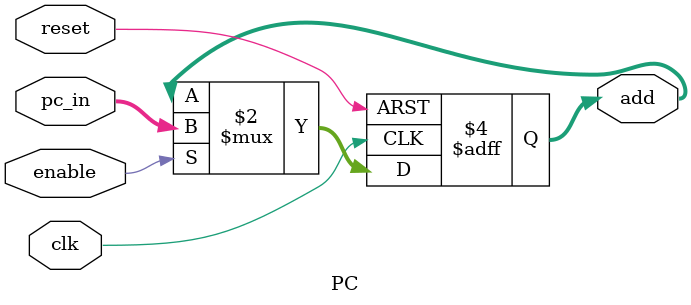
<source format=sv>
`timescale 1ns / 1ps

module PC #(
    parameter WIDTH = 32
)(
    input  logic             clk,
    input  logic             reset,
    input  logic             enable,
    input  logic [WIDTH-1:0] pc_in,
    output logic [WIDTH-1:0] add   // your original name
);
    always_ff @(posedge clk or posedge reset) begin
        if (reset)
            add <= '0;
        else if (enable)
            add <= pc_in;
    end
endmodule


</source>
